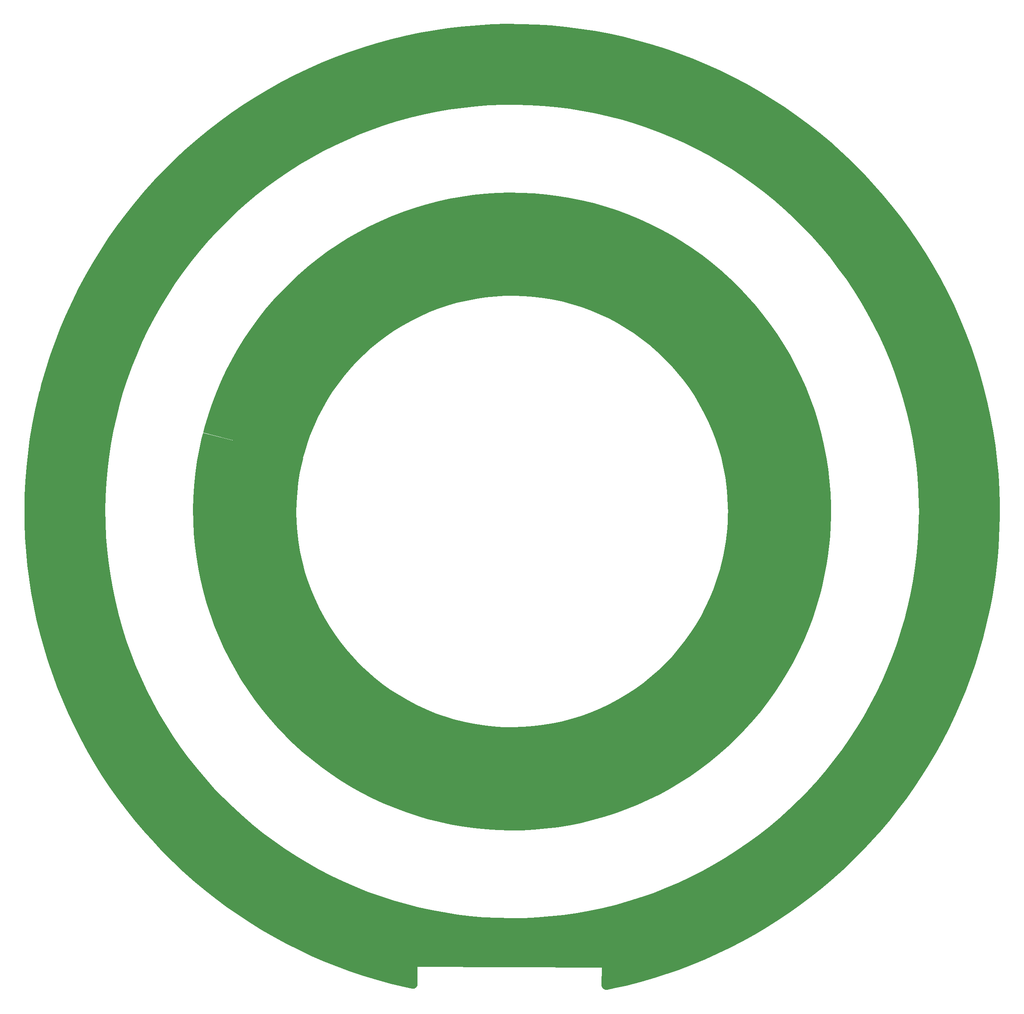
<source format=gtl>
G04*
G04 #@! TF.GenerationSoftware,Altium Limited,Altium Designer,18.0.9 (584)*
G04*
G04 Layer_Physical_Order=1*
G04 Layer_Color=255*
%FSLAX25Y25*%
%MOIN*%
G70*
G01*
G75*
G36*
X425112Y826135D02*
X437669Y825704D01*
X450207Y824894D01*
X462715Y823707D01*
X475181Y822144D01*
X487595Y820206D01*
X499944Y817895D01*
X512219Y815213D01*
X524407Y812162D01*
X536497Y808746D01*
X548480Y804967D01*
X560343Y800830D01*
X572076Y796336D01*
X583668Y791491D01*
X595109Y786299D01*
X606389Y780765D01*
X617496Y774894D01*
X628422Y768691D01*
X639156Y762161D01*
X649689Y755311D01*
X660010Y748147D01*
X670111Y740675D01*
X679982Y732903D01*
X689615Y724836D01*
X699000Y716483D01*
X708129Y707852D01*
X716995Y698949D01*
X725588Y689783D01*
X733901Y680362D01*
X741926Y670696D01*
X749657Y660792D01*
X757086Y650659D01*
X764206Y640308D01*
X771012Y629746D01*
X777496Y618985D01*
X783653Y608033D01*
X789477Y596900D01*
X794963Y585597D01*
X800107Y574134D01*
X804902Y562522D01*
X809346Y550770D01*
X813434Y538889D01*
X817162Y526891D01*
X820527Y514786D01*
X823526Y502585D01*
X826156Y490300D01*
X828415Y477940D01*
X830300Y465519D01*
X831810Y453046D01*
X832944Y440533D01*
X833701Y427992D01*
X834079Y415434D01*
Y409152D01*
Y404819D01*
X833899Y396155D01*
X833539Y387497D01*
X832999Y378849D01*
X832280Y370213D01*
X831381Y361595D01*
X830304Y352996D01*
X829048Y344422D01*
X827614Y335876D01*
X826003Y327362D01*
X824215Y318883D01*
X822252Y310443D01*
X821182Y306244D01*
X821208Y306238D01*
X821208D01*
X821208Y306238D01*
X821208Y306238D01*
X821208Y306238D01*
X821208Y306238D01*
X821208Y306238D01*
X821212Y306237D01*
X821220Y306232D01*
X821225Y306225D01*
X821228Y306216D01*
Y306212D01*
Y306211D01*
X821228Y306209D01*
X821228Y306208D01*
X821227Y306206D01*
X821227Y306205D01*
X819779Y300520D01*
X816564Y289235D01*
X813033Y278044D01*
X809188Y266958D01*
X805033Y255984D01*
X800571Y245131D01*
X795805Y234408D01*
X790740Y223823D01*
X785379Y213386D01*
X779726Y203102D01*
X773787Y192982D01*
X767565Y183034D01*
X761065Y173264D01*
X754294Y163680D01*
X747256Y154291D01*
X739956Y145104D01*
X732400Y136126D01*
X724595Y127364D01*
X716547Y118825D01*
X708262Y110515D01*
X699746Y102442D01*
X691007Y94612D01*
X682050Y87030D01*
X672884Y79704D01*
X663516Y72638D01*
X653953Y65839D01*
X644202Y59311D01*
X634271Y53060D01*
X624168Y47091D01*
X613902Y41409D01*
X603479Y36018D01*
X592909Y30921D01*
X582200Y26125D01*
X571360Y21631D01*
X560399Y17444D01*
X549323Y13567D01*
X538143Y10003D01*
X526868Y6756D01*
X515505Y3826D01*
X504064Y1217D01*
X498310Y74D01*
X498310Y74D01*
X498309Y74D01*
X498309Y74D01*
X498309Y74D01*
X498309Y74D01*
X497877Y-12D01*
X496995Y11D01*
X496140Y227D01*
X495354Y625D01*
X494674Y1186D01*
X494134Y1883D01*
X493761Y2682D01*
X493572Y3543D01*
X493574Y3984D01*
X493655Y18848D01*
X336228Y19706D01*
X336147Y4841D01*
X336147Y4841D01*
Y4841D01*
X336144Y4400D01*
X335946Y3541D01*
X335564Y2747D01*
X335016Y2056D01*
X334330Y1502D01*
X333539Y1112D01*
X332682Y906D01*
X331800Y893D01*
X331369Y984D01*
Y984D01*
X325489Y2218D01*
X313806Y5025D01*
X302208Y8167D01*
X290706Y11642D01*
X279308Y15446D01*
X268025Y19578D01*
X256865Y24032D01*
X245839Y28807D01*
X234954Y33896D01*
X224221Y39298D01*
X213648Y45006D01*
X203243Y51016D01*
X193016Y57324D01*
X182975Y63923D01*
X173128Y70810D01*
X163484Y77976D01*
X154049Y85418D01*
X144834Y93128D01*
X135844Y101101D01*
X127087Y109329D01*
X118571Y117806D01*
X110303Y126525D01*
X102290Y135478D01*
X94538Y144658D01*
X87053Y154058D01*
X79842Y163670D01*
X72911Y173485D01*
X66266Y183496D01*
X59911Y193694D01*
X53853Y204071D01*
X48097Y214618D01*
X42647Y225327D01*
X37507Y236188D01*
X32682Y247193D01*
X28177Y258332D01*
X23994Y269596D01*
X20137Y280976D01*
X16610Y292462D01*
X13415Y304046D01*
X10555Y315716D01*
X8032Y327464D01*
X5849Y339280D01*
X4007Y351154D01*
X2508Y363075D01*
X1353Y375036D01*
X543Y387024D01*
X78Y399031D01*
X-40Y411046D01*
X187Y423060D01*
X761Y435062D01*
X1680Y447042D01*
X2944Y458991D01*
X4551Y470899D01*
X6501Y482756D01*
X8791Y494551D01*
X11421Y506276D01*
X12903Y512098D01*
X12905Y512103D01*
X12911Y512111D01*
X12920Y512117D01*
X12931Y512118D01*
X12936Y512117D01*
X12936Y512117D01*
X12961Y512110D01*
X14512Y518198D01*
X17980Y530274D01*
X21809Y542240D01*
X25997Y554085D01*
X30540Y565799D01*
X35434Y577371D01*
X40675Y588790D01*
X46256Y600046D01*
X52175Y611129D01*
X58424Y622028D01*
X64999Y632735D01*
X71894Y643238D01*
X79101Y653529D01*
X86616Y663598D01*
X94430Y673436D01*
X102537Y683035D01*
X110930Y692385D01*
X119600Y701477D01*
X128540Y710305D01*
X137742Y718859D01*
X147198Y727132D01*
X156899Y735117D01*
X166835Y742805D01*
X176999Y750191D01*
X187381Y757268D01*
X197971Y764028D01*
X208760Y770467D01*
X219738Y776578D01*
X230895Y782355D01*
X242221Y787793D01*
X253705Y792888D01*
X265338Y797634D01*
X277109Y802028D01*
X289006Y806066D01*
X301020Y809743D01*
X313139Y813057D01*
X325353Y816004D01*
X337649Y818582D01*
X350018Y820788D01*
X362448Y822621D01*
X374927Y824078D01*
X387444Y825159D01*
X399989Y825863D01*
X412548Y826188D01*
X425112Y826135D01*
D02*
G37*
%LPC*%
G36*
X420446Y757027D02*
X409013Y756950D01*
X397589Y756498D01*
X386186Y755670D01*
X374817Y754468D01*
X363493Y752894D01*
X352227Y750948D01*
X341031Y748633D01*
X329917Y745951D01*
X318897Y742906D01*
X307983Y739500D01*
X297187Y735737D01*
X286521Y731621D01*
X275995Y727158D01*
X265622Y722351D01*
X255413Y717205D01*
X245377Y711727D01*
X235528Y705922D01*
X225874Y699797D01*
X216427Y693358D01*
X207197Y686611D01*
X198193Y679565D01*
X189426Y672228D01*
X180904Y664606D01*
X172638Y656708D01*
X164636Y648542D01*
X156906Y640119D01*
X149457Y631445D01*
X142297Y622532D01*
X135434Y613388D01*
X128875Y604024D01*
X122627Y594449D01*
X116698Y584674D01*
X111093Y574709D01*
X105818Y564566D01*
X100879Y554255D01*
X96282Y543787D01*
X92031Y533174D01*
X88131Y522426D01*
X84587Y511557D01*
X81402Y500577D01*
X79945Y495049D01*
X79970Y495042D01*
X79970D01*
X79970Y495042D01*
X79970Y495042D01*
X79970Y495042D01*
X79970Y495042D01*
X79970Y495042D01*
X79975Y495041D01*
X79982Y495036D01*
X79987Y495029D01*
X79990Y495021D01*
Y495016D01*
Y495016D01*
X79990Y495014D01*
X79990Y495012D01*
X79990Y495011D01*
X79989Y495010D01*
X78630Y489483D01*
X76183Y478367D01*
X74100Y467177D01*
X72386Y455924D01*
X71040Y444621D01*
X70065Y433281D01*
X69461Y421914D01*
X69229Y410534D01*
X69370Y399152D01*
X69884Y387782D01*
X70769Y376434D01*
X72025Y365121D01*
X73650Y353855D01*
X75643Y342648D01*
X78002Y331513D01*
X80724Y320460D01*
X83806Y309503D01*
X87244Y298653D01*
X91036Y287920D01*
X95178Y277318D01*
X99664Y266857D01*
X104489Y256548D01*
X109650Y246402D01*
X115139Y236431D01*
X120952Y226645D01*
X127082Y217054D01*
X133523Y207669D01*
X140267Y198499D01*
X147307Y189556D01*
X154637Y180847D01*
X162247Y172383D01*
X170131Y164172D01*
X178278Y156224D01*
X186682Y148546D01*
X195332Y141148D01*
X204219Y134036D01*
X213335Y127219D01*
X222668Y120705D01*
X232210Y114498D01*
X241950Y108608D01*
X251877Y103039D01*
X261981Y97798D01*
X272252Y92891D01*
X282677Y88322D01*
X293246Y84097D01*
X303948Y80220D01*
X314771Y76695D01*
X325703Y73526D01*
X336734Y70716D01*
X347850Y68269D01*
X359040Y66187D01*
X370293Y64472D01*
X381596Y63126D01*
X392936Y62151D01*
X404303Y61547D01*
X415683Y61316D01*
X427064Y61457D01*
X438435Y61970D01*
X449783Y62855D01*
X461096Y64111D01*
X472362Y65736D01*
X483569Y67729D01*
X494704Y70088D01*
X505757Y72810D01*
X516714Y75892D01*
X527564Y79331D01*
X538297Y83123D01*
X548899Y87264D01*
X559360Y91750D01*
X569669Y96575D01*
X579815Y101736D01*
X589786Y107226D01*
X599572Y113038D01*
X609163Y119168D01*
X618548Y125609D01*
X627718Y132353D01*
X636661Y139394D01*
X645370Y146723D01*
X653834Y154333D01*
X662045Y162217D01*
X669993Y170364D01*
X677671Y178768D01*
X685069Y187418D01*
X692181Y196306D01*
X698997Y205421D01*
X705512Y214755D01*
X711718Y224296D01*
X717609Y234036D01*
X723178Y243964D01*
X728418Y254068D01*
X733326Y264338D01*
X737895Y274763D01*
X742120Y285332D01*
X745997Y296034D01*
X749522Y306857D01*
X752691Y317790D01*
X754141Y323293D01*
X754143Y323298D01*
X754149Y323307D01*
X754158Y323312D01*
X754168Y323314D01*
X754173Y323312D01*
X754174Y323312D01*
X754199Y323306D01*
X755496Y328570D01*
X757843Y339155D01*
X759858Y349808D01*
X761541Y360519D01*
X762889Y371277D01*
X763902Y382072D01*
X764577Y392893D01*
X764915Y403730D01*
X764957Y409152D01*
X764910Y414868D01*
X764535Y426295D01*
X763784Y437703D01*
X762658Y449080D01*
X761160Y460415D01*
X759289Y471693D01*
X757049Y482905D01*
X754442Y494036D01*
X751471Y505077D01*
X748138Y516013D01*
X744448Y526834D01*
X740405Y537528D01*
X736012Y548083D01*
X731274Y558488D01*
X726198Y568732D01*
X720787Y578804D01*
X715048Y588692D01*
X708988Y598386D01*
X702612Y607877D01*
X695928Y617152D01*
X688943Y626203D01*
X681664Y635019D01*
X674099Y643592D01*
X666257Y651911D01*
X658146Y659968D01*
X649774Y667754D01*
X641151Y675261D01*
X632286Y682481D01*
X623188Y689405D01*
X613868Y696027D01*
X604336Y702339D01*
X594601Y708334D01*
X584674Y714006D01*
X574566Y719348D01*
X564289Y724356D01*
X553852Y729024D01*
X543267Y733346D01*
X532547Y737317D01*
X521701Y740935D01*
X510742Y744194D01*
X499683Y747091D01*
X488534Y749623D01*
X477308Y751788D01*
X466016Y753582D01*
X454672Y755005D01*
X443288Y756054D01*
X431875Y756728D01*
X420446Y757027D01*
D02*
G37*
%LPD*%
G36*
X425143Y681792D02*
X435510Y681287D01*
X445850Y680389D01*
X456148Y679097D01*
X466390Y677415D01*
X476560Y675344D01*
X486644Y672888D01*
X496628Y670050D01*
X506496Y666834D01*
X516234Y663245D01*
X525830Y659289D01*
X535267Y654970D01*
X544534Y650295D01*
X553616Y645271D01*
X562500Y639905D01*
X571173Y634205D01*
X579624Y628179D01*
X587839Y621836D01*
X595807Y615185D01*
X603516Y608236D01*
X610955Y600998D01*
X618113Y593483D01*
X624980Y585700D01*
X631547Y577663D01*
X637802Y569381D01*
X643738Y560867D01*
X649346Y552133D01*
X654618Y543193D01*
X659545Y534058D01*
X664122Y524743D01*
X668340Y515260D01*
X672195Y505623D01*
X675681Y495847D01*
X678792Y485946D01*
X681524Y475933D01*
X683873Y465823D01*
X685836Y455632D01*
X687410Y445373D01*
X688592Y435061D01*
X689381Y424712D01*
X689776Y414341D01*
Y409152D01*
Y404902D01*
X689511Y396406D01*
X688982Y387923D01*
X688189Y379461D01*
X687132Y371027D01*
X685813Y362631D01*
X684233Y354279D01*
X682393Y345981D01*
X681345Y341863D01*
X681370Y341857D01*
X681370D01*
X681370Y341857D01*
X681370Y341856D01*
X681370Y341856D01*
X681370Y341856D01*
X681370Y341856D01*
X681375Y341855D01*
X681382Y341850D01*
X681387Y341844D01*
X681390Y341835D01*
Y341831D01*
Y341830D01*
X681390Y341828D01*
X681390Y341827D01*
X681390Y341825D01*
X681389Y341824D01*
X680130Y336881D01*
X677244Y327095D01*
X673994Y317424D01*
X670384Y307881D01*
X666421Y298480D01*
X662108Y289234D01*
X657453Y280155D01*
X652461Y271257D01*
X647141Y262552D01*
X641498Y254052D01*
X635542Y245768D01*
X629280Y237713D01*
X622721Y229898D01*
X615875Y222334D01*
X608751Y215031D01*
X601358Y207999D01*
X593708Y201249D01*
X585811Y194790D01*
X577678Y188630D01*
X569320Y182779D01*
X560749Y177244D01*
X551977Y172034D01*
X543017Y167155D01*
X533880Y162615D01*
X524580Y158419D01*
X515130Y154574D01*
X505542Y151086D01*
X495831Y147958D01*
X486009Y145195D01*
X476092Y142802D01*
X466091Y140781D01*
X456022Y139136D01*
X445899Y137868D01*
X435735Y136979D01*
X425545Y136472D01*
X415343Y136345D01*
X405144Y136601D01*
X394961Y137237D01*
X384809Y138254D01*
X374703Y139649D01*
X364655Y141421D01*
X354681Y143568D01*
X344795Y146087D01*
X335009Y148973D01*
X325338Y152223D01*
X315795Y155833D01*
X306394Y159796D01*
X297148Y164109D01*
X288069Y168764D01*
X279171Y173756D01*
X270466Y179076D01*
X261965Y184719D01*
X253682Y190675D01*
X245627Y196937D01*
X237812Y203496D01*
X230248Y210342D01*
X222945Y217466D01*
X215913Y224859D01*
X209163Y232509D01*
X202703Y240406D01*
X196544Y248539D01*
X190692Y256897D01*
X185158Y265468D01*
X179947Y274240D01*
X175069Y283200D01*
X170528Y292337D01*
X166333Y301637D01*
X162488Y311087D01*
X158999Y320675D01*
X155872Y330386D01*
X153109Y340208D01*
X150716Y350125D01*
X148695Y360126D01*
X147049Y370195D01*
X145782Y380318D01*
X144893Y390482D01*
X144386Y400672D01*
X144259Y410874D01*
X144514Y421073D01*
X145151Y431256D01*
X146167Y441407D01*
X147563Y451514D01*
X149335Y461561D01*
X151482Y471535D01*
X152741Y476479D01*
X152743Y476484D01*
X152749Y476493D01*
X152758Y476498D01*
X152768Y476499D01*
X152773Y476498D01*
X152773Y476498D01*
X152773Y476498D01*
X152774Y476498D01*
X152774Y476498D01*
X152774Y476498D01*
X195516Y465611D01*
X152799Y476491D01*
X154081Y481520D01*
X157024Y491473D01*
X160344Y501307D01*
X164036Y511007D01*
X168095Y520559D01*
X172513Y529951D01*
X177286Y539167D01*
X182406Y548195D01*
X187866Y557022D01*
X193657Y565635D01*
X199772Y574021D01*
X206202Y582168D01*
X212937Y590065D01*
X219968Y597700D01*
X227284Y605062D01*
X234874Y612141D01*
X242729Y618925D01*
X250836Y625406D01*
X259183Y631573D01*
X267760Y637419D01*
X276552Y642934D01*
X285548Y648110D01*
X294734Y652941D01*
X304098Y657418D01*
X313625Y661537D01*
X323302Y665289D01*
X333114Y668671D01*
X343048Y671677D01*
X353089Y674303D01*
X363223Y676545D01*
X373435Y678400D01*
X383710Y679865D01*
X394033Y680938D01*
X404390Y681617D01*
X414765Y681902D01*
X425143Y681792D01*
D02*
G37*
%LPC*%
G36*
X419244Y593689D02*
X410906Y593599D01*
X402580Y593132D01*
X394284Y592290D01*
X386035Y591074D01*
X377848Y589487D01*
X369742Y587531D01*
X361733Y585211D01*
X353836Y582532D01*
X346069Y579499D01*
X338446Y576118D01*
X330984Y572396D01*
X323698Y568341D01*
X316602Y563961D01*
X309711Y559264D01*
X303040Y554262D01*
X296601Y548963D01*
X290409Y543378D01*
X284474Y537520D01*
X278811Y531399D01*
X273430Y525029D01*
X268342Y518422D01*
X263558Y511593D01*
X259087Y504554D01*
X254939Y497320D01*
X251121Y489906D01*
X247643Y482328D01*
X244510Y474600D01*
X241730Y466738D01*
X239308Y458759D01*
X238232Y454731D01*
X238258Y454724D01*
X238258D01*
X238258Y454724D01*
X238258Y454724D01*
X238258Y454724D01*
X238258Y454724D01*
X238258Y454724D01*
X238262Y454723D01*
X238270Y454718D01*
X238275Y454711D01*
X238278Y454703D01*
Y454698D01*
Y454697D01*
X238278Y454696D01*
X238278Y454694D01*
X238277Y454693D01*
X238277Y454692D01*
X237273Y450550D01*
X235553Y442202D01*
X234220Y433784D01*
X233278Y425314D01*
X232727Y416808D01*
X232570Y408287D01*
X232807Y399767D01*
X233437Y391267D01*
X234459Y382806D01*
X235871Y374401D01*
X237669Y366069D01*
X239850Y357830D01*
X242409Y349701D01*
X245341Y341698D01*
X248640Y333839D01*
X252298Y326141D01*
X256307Y318620D01*
X260660Y311292D01*
X265346Y304173D01*
X270356Y297278D01*
X275680Y290622D01*
X281305Y284219D01*
X287219Y278082D01*
X293411Y272225D01*
X299867Y266661D01*
X306572Y261400D01*
X313514Y256455D01*
X320677Y251835D01*
X328045Y247552D01*
X335603Y243613D01*
X343335Y240027D01*
X351224Y236803D01*
X359254Y233946D01*
X367408Y231463D01*
X375667Y229359D01*
X384015Y227639D01*
X392433Y226306D01*
X400904Y225364D01*
X409409Y224814D01*
X417930Y224657D01*
X426450Y224893D01*
X434950Y225523D01*
X443411Y226545D01*
X451816Y227957D01*
X460147Y229755D01*
X468387Y231936D01*
X476516Y234495D01*
X484519Y237427D01*
X492378Y240726D01*
X500076Y244384D01*
X507597Y248393D01*
X514925Y252746D01*
X522044Y257432D01*
X528939Y262443D01*
X535595Y267766D01*
X541998Y273391D01*
X548135Y279306D01*
X553992Y285497D01*
X559556Y291953D01*
X564817Y298659D01*
X569762Y305600D01*
X574381Y312763D01*
X578665Y320131D01*
X582604Y327689D01*
X586190Y335421D01*
X589414Y343311D01*
X592271Y351341D01*
X594754Y359494D01*
X595854Y363612D01*
X595855Y363617D01*
X595861Y363625D01*
X595870Y363630D01*
X595881Y363632D01*
X595886Y363631D01*
X595886Y363631D01*
Y363631D01*
X595912Y363624D01*
X596599Y366416D01*
X597843Y372030D01*
X598912Y377679D01*
X599804Y383360D01*
X600519Y389065D01*
X601056Y394790D01*
X601414Y400529D01*
X601593Y406277D01*
X601615Y409152D01*
X601568Y413321D01*
X601192Y421651D01*
X600439Y429956D01*
X599312Y438218D01*
X597813Y446421D01*
X595945Y454548D01*
X593712Y462582D01*
X591118Y470507D01*
X588168Y478307D01*
X584870Y485965D01*
X581229Y493467D01*
X577252Y500797D01*
X572949Y507939D01*
X568327Y514880D01*
X563397Y521605D01*
X558168Y528101D01*
X552650Y534353D01*
X546856Y540350D01*
X540797Y546079D01*
X534485Y551529D01*
X527934Y556687D01*
X521156Y561545D01*
X514166Y566092D01*
X506977Y570318D01*
X499605Y574215D01*
X492065Y577775D01*
X484371Y580991D01*
X476540Y583856D01*
X468587Y586364D01*
X460530Y588510D01*
X452383Y590291D01*
X444165Y591701D01*
X435890Y592739D01*
X427578Y593402D01*
X419244Y593689D01*
D02*
G37*
%LPD*%
M02*

</source>
